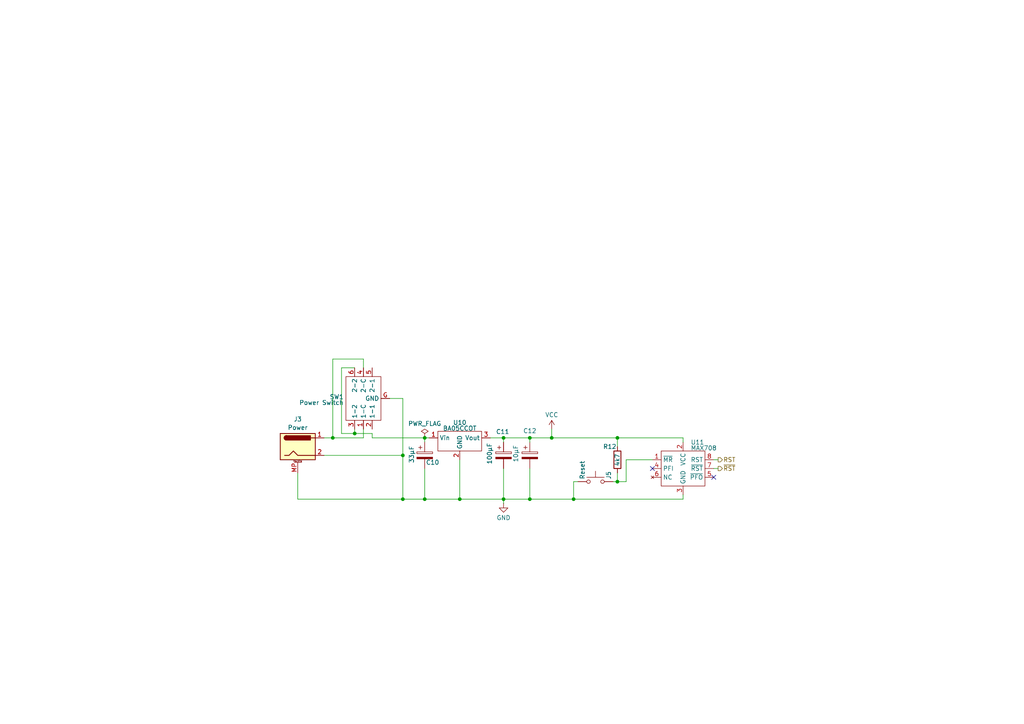
<source format=kicad_sch>
(kicad_sch
	(version 20231120)
	(generator "eeschema")
	(generator_version "8.0")
	(uuid "07ac2621-b141-4284-8c2f-efdbae4683df")
	(paper "A4")
	(title_block
		(title "MicroLind - PSU & Reset")
		(date "2025-03-03")
		(rev "C0")
		(company "Eric Lind")
	)
	(lib_symbols
		(symbol "Connector:Barrel_Jack_MountingPin"
			(pin_names hide)
			(exclude_from_sim no)
			(in_bom yes)
			(on_board yes)
			(property "Reference" "J"
				(at 0 5.334 0)
				(effects
					(font
						(size 1.27 1.27)
					)
				)
			)
			(property "Value" "Barrel_Jack_MountingPin"
				(at 1.27 -6.35 0)
				(effects
					(font
						(size 1.27 1.27)
					)
					(justify left)
				)
			)
			(property "Footprint" ""
				(at 1.27 -1.016 0)
				(effects
					(font
						(size 1.27 1.27)
					)
					(hide yes)
				)
			)
			(property "Datasheet" "~"
				(at 1.27 -1.016 0)
				(effects
					(font
						(size 1.27 1.27)
					)
					(hide yes)
				)
			)
			(property "Description" "DC Barrel Jack with a mounting pin"
				(at 0 0 0)
				(effects
					(font
						(size 1.27 1.27)
					)
					(hide yes)
				)
			)
			(property "ki_keywords" "DC power barrel jack connector"
				(at 0 0 0)
				(effects
					(font
						(size 1.27 1.27)
					)
					(hide yes)
				)
			)
			(property "ki_fp_filters" "BarrelJack*"
				(at 0 0 0)
				(effects
					(font
						(size 1.27 1.27)
					)
					(hide yes)
				)
			)
			(symbol "Barrel_Jack_MountingPin_0_1"
				(rectangle
					(start -5.08 3.81)
					(end 5.08 -3.81)
					(stroke
						(width 0.254)
						(type solid)
					)
					(fill
						(type background)
					)
				)
				(arc
					(start -3.302 3.175)
					(mid -3.937 2.54)
					(end -3.302 1.905)
					(stroke
						(width 0.254)
						(type solid)
					)
					(fill
						(type none)
					)
				)
				(arc
					(start -3.302 3.175)
					(mid -3.937 2.54)
					(end -3.302 1.905)
					(stroke
						(width 0.254)
						(type solid)
					)
					(fill
						(type outline)
					)
				)
				(polyline
					(pts
						(xy 5.08 2.54) (xy 3.81 2.54)
					)
					(stroke
						(width 0.254)
						(type solid)
					)
					(fill
						(type none)
					)
				)
				(polyline
					(pts
						(xy -3.81 -2.54) (xy -2.54 -2.54) (xy -1.27 -1.27) (xy 0 -2.54) (xy 2.54 -2.54) (xy 5.08 -2.54)
					)
					(stroke
						(width 0.254)
						(type solid)
					)
					(fill
						(type none)
					)
				)
				(rectangle
					(start 3.683 3.175)
					(end -3.302 1.905)
					(stroke
						(width 0.254)
						(type solid)
					)
					(fill
						(type outline)
					)
				)
			)
			(symbol "Barrel_Jack_MountingPin_1_1"
				(polyline
					(pts
						(xy -1.016 -4.572) (xy 1.016 -4.572)
					)
					(stroke
						(width 0.1524)
						(type solid)
					)
					(fill
						(type none)
					)
				)
				(text "Mounting"
					(at 0 -4.191 0)
					(effects
						(font
							(size 0.381 0.381)
						)
					)
				)
				(pin passive line
					(at 7.62 2.54 180)
					(length 2.54)
					(name "~"
						(effects
							(font
								(size 1.27 1.27)
							)
						)
					)
					(number "1"
						(effects
							(font
								(size 1.27 1.27)
							)
						)
					)
				)
				(pin passive line
					(at 7.62 -2.54 180)
					(length 2.54)
					(name "~"
						(effects
							(font
								(size 1.27 1.27)
							)
						)
					)
					(number "2"
						(effects
							(font
								(size 1.27 1.27)
							)
						)
					)
				)
				(pin passive line
					(at 0 -7.62 90)
					(length 3.048)
					(name "MountPin"
						(effects
							(font
								(size 1.27 1.27)
							)
						)
					)
					(number "MP"
						(effects
							(font
								(size 1.27 1.27)
							)
						)
					)
				)
			)
		)
		(symbol "Device:C_Polarized"
			(pin_numbers hide)
			(pin_names
				(offset 0.254)
			)
			(exclude_from_sim no)
			(in_bom yes)
			(on_board yes)
			(property "Reference" "C"
				(at 0.635 2.54 0)
				(effects
					(font
						(size 1.27 1.27)
					)
					(justify left)
				)
			)
			(property "Value" "C_Polarized"
				(at 0.635 -2.54 0)
				(effects
					(font
						(size 1.27 1.27)
					)
					(justify left)
				)
			)
			(property "Footprint" ""
				(at 0.9652 -3.81 0)
				(effects
					(font
						(size 1.27 1.27)
					)
					(hide yes)
				)
			)
			(property "Datasheet" "~"
				(at 0 0 0)
				(effects
					(font
						(size 1.27 1.27)
					)
					(hide yes)
				)
			)
			(property "Description" "Polarized capacitor"
				(at 0 0 0)
				(effects
					(font
						(size 1.27 1.27)
					)
					(hide yes)
				)
			)
			(property "ki_keywords" "cap capacitor"
				(at 0 0 0)
				(effects
					(font
						(size 1.27 1.27)
					)
					(hide yes)
				)
			)
			(property "ki_fp_filters" "CP_*"
				(at 0 0 0)
				(effects
					(font
						(size 1.27 1.27)
					)
					(hide yes)
				)
			)
			(symbol "C_Polarized_0_1"
				(rectangle
					(start -2.286 0.508)
					(end 2.286 1.016)
					(stroke
						(width 0)
						(type default)
					)
					(fill
						(type none)
					)
				)
				(polyline
					(pts
						(xy -1.778 2.286) (xy -0.762 2.286)
					)
					(stroke
						(width 0)
						(type default)
					)
					(fill
						(type none)
					)
				)
				(polyline
					(pts
						(xy -1.27 2.794) (xy -1.27 1.778)
					)
					(stroke
						(width 0)
						(type default)
					)
					(fill
						(type none)
					)
				)
				(rectangle
					(start 2.286 -0.508)
					(end -2.286 -1.016)
					(stroke
						(width 0)
						(type default)
					)
					(fill
						(type outline)
					)
				)
			)
			(symbol "C_Polarized_1_1"
				(pin passive line
					(at 0 3.81 270)
					(length 2.794)
					(name "~"
						(effects
							(font
								(size 1.27 1.27)
							)
						)
					)
					(number "1"
						(effects
							(font
								(size 1.27 1.27)
							)
						)
					)
				)
				(pin passive line
					(at 0 -3.81 90)
					(length 2.794)
					(name "~"
						(effects
							(font
								(size 1.27 1.27)
							)
						)
					)
					(number "2"
						(effects
							(font
								(size 1.27 1.27)
							)
						)
					)
				)
			)
		)
		(symbol "Device:R"
			(pin_numbers hide)
			(pin_names
				(offset 0)
			)
			(exclude_from_sim no)
			(in_bom yes)
			(on_board yes)
			(property "Reference" "R"
				(at 2.032 0 90)
				(effects
					(font
						(size 1.27 1.27)
					)
				)
			)
			(property "Value" "R"
				(at 0 0 90)
				(effects
					(font
						(size 1.27 1.27)
					)
				)
			)
			(property "Footprint" ""
				(at -1.778 0 90)
				(effects
					(font
						(size 1.27 1.27)
					)
					(hide yes)
				)
			)
			(property "Datasheet" "~"
				(at 0 0 0)
				(effects
					(font
						(size 1.27 1.27)
					)
					(hide yes)
				)
			)
			(property "Description" "Resistor"
				(at 0 0 0)
				(effects
					(font
						(size 1.27 1.27)
					)
					(hide yes)
				)
			)
			(property "ki_keywords" "R res resistor"
				(at 0 0 0)
				(effects
					(font
						(size 1.27 1.27)
					)
					(hide yes)
				)
			)
			(property "ki_fp_filters" "R_*"
				(at 0 0 0)
				(effects
					(font
						(size 1.27 1.27)
					)
					(hide yes)
				)
			)
			(symbol "R_0_1"
				(rectangle
					(start -1.016 -2.54)
					(end 1.016 2.54)
					(stroke
						(width 0.254)
						(type default)
					)
					(fill
						(type none)
					)
				)
			)
			(symbol "R_1_1"
				(pin passive line
					(at 0 3.81 270)
					(length 1.27)
					(name "~"
						(effects
							(font
								(size 1.27 1.27)
							)
						)
					)
					(number "1"
						(effects
							(font
								(size 1.27 1.27)
							)
						)
					)
				)
				(pin passive line
					(at 0 -3.81 90)
					(length 1.27)
					(name "~"
						(effects
							(font
								(size 1.27 1.27)
							)
						)
					)
					(number "2"
						(effects
							(font
								(size 1.27 1.27)
							)
						)
					)
				)
			)
		)
		(symbol "Switch:SW_Push"
			(pin_numbers hide)
			(pin_names
				(offset 1.016) hide)
			(exclude_from_sim no)
			(in_bom yes)
			(on_board yes)
			(property "Reference" "SW"
				(at 1.27 2.54 0)
				(effects
					(font
						(size 1.27 1.27)
					)
					(justify left)
				)
			)
			(property "Value" "SW_Push"
				(at 0 -1.524 0)
				(effects
					(font
						(size 1.27 1.27)
					)
				)
			)
			(property "Footprint" ""
				(at 0 5.08 0)
				(effects
					(font
						(size 1.27 1.27)
					)
					(hide yes)
				)
			)
			(property "Datasheet" "~"
				(at 0 5.08 0)
				(effects
					(font
						(size 1.27 1.27)
					)
					(hide yes)
				)
			)
			(property "Description" "Push button switch, generic, two pins"
				(at 0 0 0)
				(effects
					(font
						(size 1.27 1.27)
					)
					(hide yes)
				)
			)
			(property "ki_keywords" "switch normally-open pushbutton push-button"
				(at 0 0 0)
				(effects
					(font
						(size 1.27 1.27)
					)
					(hide yes)
				)
			)
			(symbol "SW_Push_0_1"
				(circle
					(center -2.032 0)
					(radius 0.508)
					(stroke
						(width 0)
						(type default)
					)
					(fill
						(type none)
					)
				)
				(polyline
					(pts
						(xy 0 1.27) (xy 0 3.048)
					)
					(stroke
						(width 0)
						(type default)
					)
					(fill
						(type none)
					)
				)
				(polyline
					(pts
						(xy 2.54 1.27) (xy -2.54 1.27)
					)
					(stroke
						(width 0)
						(type default)
					)
					(fill
						(type none)
					)
				)
				(circle
					(center 2.032 0)
					(radius 0.508)
					(stroke
						(width 0)
						(type default)
					)
					(fill
						(type none)
					)
				)
				(pin passive line
					(at -5.08 0 0)
					(length 2.54)
					(name "1"
						(effects
							(font
								(size 1.27 1.27)
							)
						)
					)
					(number "1"
						(effects
							(font
								(size 1.27 1.27)
							)
						)
					)
				)
				(pin passive line
					(at 5.08 0 180)
					(length 2.54)
					(name "2"
						(effects
							(font
								(size 1.27 1.27)
							)
						)
					)
					(number "2"
						(effects
							(font
								(size 1.27 1.27)
							)
						)
					)
				)
			)
		)
		(symbol "motherboard:BA05CC0T"
			(exclude_from_sim no)
			(in_bom yes)
			(on_board yes)
			(property "Reference" "U"
				(at 0 0 0)
				(effects
					(font
						(size 1.27 1.27)
					)
				)
			)
			(property "Value" ""
				(at 0 0 0)
				(effects
					(font
						(size 1.27 1.27)
					)
				)
			)
			(property "Footprint" ""
				(at 0 0 0)
				(effects
					(font
						(size 1.27 1.27)
					)
					(hide yes)
				)
			)
			(property "Datasheet" ""
				(at 0 0 0)
				(effects
					(font
						(size 1.27 1.27)
					)
					(hide yes)
				)
			)
			(property "Description" ""
				(at 0 0 0)
				(effects
					(font
						(size 1.27 1.27)
					)
					(hide yes)
				)
			)
			(symbol "BA05CC0T_0_1"
				(rectangle
					(start -3.81 8.255)
					(end 8.89 2.54)
					(stroke
						(width 0)
						(type default)
					)
					(fill
						(type none)
					)
				)
			)
			(symbol "BA05CC0T_1_1"
				(pin power_in line
					(at -6.35 6.35 0)
					(length 2.54)
					(name "Vin"
						(effects
							(font
								(size 1.27 1.27)
							)
						)
					)
					(number "1"
						(effects
							(font
								(size 1.27 1.27)
							)
						)
					)
				)
				(pin passive line
					(at 2.54 0 90)
					(length 2.54)
					(name "GND"
						(effects
							(font
								(size 1.27 1.27)
							)
						)
					)
					(number "2"
						(effects
							(font
								(size 1.27 1.27)
							)
						)
					)
				)
				(pin power_out line
					(at 11.43 6.35 180)
					(length 2.54)
					(name "Vout"
						(effects
							(font
								(size 1.27 1.27)
							)
						)
					)
					(number "3"
						(effects
							(font
								(size 1.27 1.27)
							)
						)
					)
				)
			)
		)
		(symbol "motherboard:CMD-Switch"
			(exclude_from_sim no)
			(in_bom yes)
			(on_board yes)
			(property "Reference" "SW"
				(at 0 11.938 0)
				(effects
					(font
						(size 1.27 1.27)
					)
				)
			)
			(property "Value" ""
				(at 0 0 0)
				(effects
					(font
						(size 1.27 1.27)
					)
				)
			)
			(property "Footprint" ""
				(at 0 0 0)
				(effects
					(font
						(size 1.27 1.27)
					)
					(hide yes)
				)
			)
			(property "Datasheet" ""
				(at 0 0 0)
				(effects
					(font
						(size 1.27 1.27)
					)
					(hide yes)
				)
			)
			(property "Description" ""
				(at 0 0 0)
				(effects
					(font
						(size 1.27 1.27)
					)
					(hide yes)
				)
			)
			(symbol "CMD-Switch_0_1"
				(polyline
					(pts
						(xy -6.35 10.16) (xy -6.35 0) (xy 6.35 0) (xy 6.35 10.16) (xy -6.35 10.16)
					)
					(stroke
						(width 0)
						(type default)
					)
					(fill
						(type none)
					)
				)
			)
			(symbol "CMD-Switch_1_1"
				(pin input line
					(at -8.89 5.08 0)
					(length 2.54)
					(name "1-C"
						(effects
							(font
								(size 1.27 1.27)
							)
						)
					)
					(number "1"
						(effects
							(font
								(size 1.27 1.27)
							)
						)
					)
				)
				(pin output line
					(at -8.89 2.54 0)
					(length 2.54)
					(name "1-1"
						(effects
							(font
								(size 1.27 1.27)
							)
						)
					)
					(number "2"
						(effects
							(font
								(size 1.27 1.27)
							)
						)
					)
				)
				(pin output line
					(at -8.89 7.62 0)
					(length 2.54)
					(name "1-2"
						(effects
							(font
								(size 1.27 1.27)
							)
						)
					)
					(number "3"
						(effects
							(font
								(size 1.27 1.27)
							)
						)
					)
				)
				(pin input line
					(at 8.89 5.08 180)
					(length 2.54)
					(name "2-C"
						(effects
							(font
								(size 1.27 1.27)
							)
						)
					)
					(number "4"
						(effects
							(font
								(size 1.27 1.27)
							)
						)
					)
				)
				(pin output line
					(at 8.89 2.54 180)
					(length 2.54)
					(name "2-1"
						(effects
							(font
								(size 1.27 1.27)
							)
						)
					)
					(number "5"
						(effects
							(font
								(size 1.27 1.27)
							)
						)
					)
				)
				(pin output line
					(at 8.89 7.62 180)
					(length 2.54)
					(name "2-2"
						(effects
							(font
								(size 1.27 1.27)
							)
						)
					)
					(number "6"
						(effects
							(font
								(size 1.27 1.27)
							)
						)
					)
				)
				(pin output line
					(at 0 -2.54 90)
					(length 2.54)
					(name "GND"
						(effects
							(font
								(size 1.27 1.27)
							)
						)
					)
					(number "G"
						(effects
							(font
								(size 1.27 1.27)
							)
						)
					)
				)
			)
		)
		(symbol "motherboard:MAX708"
			(exclude_from_sim no)
			(in_bom yes)
			(on_board yes)
			(property "Reference" "U"
				(at 0 0 0)
				(effects
					(font
						(size 1.27 1.27)
					)
				)
			)
			(property "Value" ""
				(at 0 0 0)
				(effects
					(font
						(size 1.27 1.27)
					)
				)
			)
			(property "Footprint" ""
				(at 0 0 0)
				(effects
					(font
						(size 1.27 1.27)
					)
					(hide yes)
				)
			)
			(property "Datasheet" ""
				(at 0 0 0)
				(effects
					(font
						(size 1.27 1.27)
					)
					(hide yes)
				)
			)
			(property "Description" ""
				(at 0 0 0)
				(effects
					(font
						(size 1.27 1.27)
					)
					(hide yes)
				)
			)
			(symbol "MAX708_0_1"
				(rectangle
					(start -1.27 -1.27)
					(end 11.43 -11.43)
					(stroke
						(width 0)
						(type default)
					)
					(fill
						(type none)
					)
				)
			)
			(symbol "MAX708_1_1"
				(pin input line
					(at -3.81 -3.81 0)
					(length 2.54)
					(name "~{MR}"
						(effects
							(font
								(size 1.27 1.27)
							)
						)
					)
					(number "1"
						(effects
							(font
								(size 1.27 1.27)
							)
						)
					)
				)
				(pin power_in line
					(at 5.08 1.27 270)
					(length 2.54)
					(name "VCC"
						(effects
							(font
								(size 1.27 1.27)
							)
						)
					)
					(number "2"
						(effects
							(font
								(size 1.27 1.27)
							)
						)
					)
				)
				(pin power_in line
					(at 5.08 -13.97 90)
					(length 2.54)
					(name "GND"
						(effects
							(font
								(size 1.27 1.27)
							)
						)
					)
					(number "3"
						(effects
							(font
								(size 1.27 1.27)
							)
						)
					)
				)
				(pin input line
					(at -3.81 -6.35 0)
					(length 2.54)
					(name "PFI"
						(effects
							(font
								(size 1.27 1.27)
							)
						)
					)
					(number "4"
						(effects
							(font
								(size 1.27 1.27)
							)
						)
					)
				)
				(pin output line
					(at 13.97 -8.89 180)
					(length 2.54)
					(name "~{PFO}"
						(effects
							(font
								(size 1.27 1.27)
							)
						)
					)
					(number "5"
						(effects
							(font
								(size 1.27 1.27)
							)
						)
					)
				)
				(pin no_connect line
					(at -3.81 -8.89 0)
					(length 2.54)
					(name "NC"
						(effects
							(font
								(size 1.27 1.27)
							)
						)
					)
					(number "6"
						(effects
							(font
								(size 1.27 1.27)
							)
						)
					)
				)
				(pin output line
					(at 13.97 -6.35 180)
					(length 2.54)
					(name "~{RST}"
						(effects
							(font
								(size 1.27 1.27)
							)
						)
					)
					(number "7"
						(effects
							(font
								(size 1.27 1.27)
							)
						)
					)
				)
				(pin output line
					(at 13.97 -3.81 180)
					(length 2.54)
					(name "RST"
						(effects
							(font
								(size 1.27 1.27)
							)
						)
					)
					(number "8"
						(effects
							(font
								(size 1.27 1.27)
							)
						)
					)
				)
			)
		)
		(symbol "power:GND"
			(power)
			(pin_numbers hide)
			(pin_names
				(offset 0) hide)
			(exclude_from_sim no)
			(in_bom yes)
			(on_board yes)
			(property "Reference" "#PWR"
				(at 0 -6.35 0)
				(effects
					(font
						(size 1.27 1.27)
					)
					(hide yes)
				)
			)
			(property "Value" "GND"
				(at 0 -3.81 0)
				(effects
					(font
						(size 1.27 1.27)
					)
				)
			)
			(property "Footprint" ""
				(at 0 0 0)
				(effects
					(font
						(size 1.27 1.27)
					)
					(hide yes)
				)
			)
			(property "Datasheet" ""
				(at 0 0 0)
				(effects
					(font
						(size 1.27 1.27)
					)
					(hide yes)
				)
			)
			(property "Description" "Power symbol creates a global label with name \"GND\" , ground"
				(at 0 0 0)
				(effects
					(font
						(size 1.27 1.27)
					)
					(hide yes)
				)
			)
			(property "ki_keywords" "global power"
				(at 0 0 0)
				(effects
					(font
						(size 1.27 1.27)
					)
					(hide yes)
				)
			)
			(symbol "GND_0_1"
				(polyline
					(pts
						(xy 0 0) (xy 0 -1.27) (xy 1.27 -1.27) (xy 0 -2.54) (xy -1.27 -1.27) (xy 0 -1.27)
					)
					(stroke
						(width 0)
						(type default)
					)
					(fill
						(type none)
					)
				)
			)
			(symbol "GND_1_1"
				(pin power_in line
					(at 0 0 270)
					(length 0)
					(name "~"
						(effects
							(font
								(size 1.27 1.27)
							)
						)
					)
					(number "1"
						(effects
							(font
								(size 1.27 1.27)
							)
						)
					)
				)
			)
		)
		(symbol "power:PWR_FLAG"
			(power)
			(pin_numbers hide)
			(pin_names
				(offset 0) hide)
			(exclude_from_sim no)
			(in_bom yes)
			(on_board yes)
			(property "Reference" "#FLG"
				(at 0 1.905 0)
				(effects
					(font
						(size 1.27 1.27)
					)
					(hide yes)
				)
			)
			(property "Value" "PWR_FLAG"
				(at 0 3.81 0)
				(effects
					(font
						(size 1.27 1.27)
					)
				)
			)
			(property "Footprint" ""
				(at 0 0 0)
				(effects
					(font
						(size 1.27 1.27)
					)
					(hide yes)
				)
			)
			(property "Datasheet" "~"
				(at 0 0 0)
				(effects
					(font
						(size 1.27 1.27)
					)
					(hide yes)
				)
			)
			(property "Description" "Special symbol for telling ERC where power comes from"
				(at 0 0 0)
				(effects
					(font
						(size 1.27 1.27)
					)
					(hide yes)
				)
			)
			(property "ki_keywords" "flag power"
				(at 0 0 0)
				(effects
					(font
						(size 1.27 1.27)
					)
					(hide yes)
				)
			)
			(symbol "PWR_FLAG_0_0"
				(pin power_out line
					(at 0 0 90)
					(length 0)
					(name "~"
						(effects
							(font
								(size 1.27 1.27)
							)
						)
					)
					(number "1"
						(effects
							(font
								(size 1.27 1.27)
							)
						)
					)
				)
			)
			(symbol "PWR_FLAG_0_1"
				(polyline
					(pts
						(xy 0 0) (xy 0 1.27) (xy -1.016 1.905) (xy 0 2.54) (xy 1.016 1.905) (xy 0 1.27)
					)
					(stroke
						(width 0)
						(type default)
					)
					(fill
						(type none)
					)
				)
			)
		)
		(symbol "power:VCC"
			(power)
			(pin_numbers hide)
			(pin_names
				(offset 0) hide)
			(exclude_from_sim no)
			(in_bom yes)
			(on_board yes)
			(property "Reference" "#PWR"
				(at 0 -3.81 0)
				(effects
					(font
						(size 1.27 1.27)
					)
					(hide yes)
				)
			)
			(property "Value" "VCC"
				(at 0 3.556 0)
				(effects
					(font
						(size 1.27 1.27)
					)
				)
			)
			(property "Footprint" ""
				(at 0 0 0)
				(effects
					(font
						(size 1.27 1.27)
					)
					(hide yes)
				)
			)
			(property "Datasheet" ""
				(at 0 0 0)
				(effects
					(font
						(size 1.27 1.27)
					)
					(hide yes)
				)
			)
			(property "Description" "Power symbol creates a global label with name \"VCC\""
				(at 0 0 0)
				(effects
					(font
						(size 1.27 1.27)
					)
					(hide yes)
				)
			)
			(property "ki_keywords" "global power"
				(at 0 0 0)
				(effects
					(font
						(size 1.27 1.27)
					)
					(hide yes)
				)
			)
			(symbol "VCC_0_1"
				(polyline
					(pts
						(xy -0.762 1.27) (xy 0 2.54)
					)
					(stroke
						(width 0)
						(type default)
					)
					(fill
						(type none)
					)
				)
				(polyline
					(pts
						(xy 0 0) (xy 0 2.54)
					)
					(stroke
						(width 0)
						(type default)
					)
					(fill
						(type none)
					)
				)
				(polyline
					(pts
						(xy 0 2.54) (xy 0.762 1.27)
					)
					(stroke
						(width 0)
						(type default)
					)
					(fill
						(type none)
					)
				)
			)
			(symbol "VCC_1_1"
				(pin power_in line
					(at 0 0 90)
					(length 0)
					(name "~"
						(effects
							(font
								(size 1.27 1.27)
							)
						)
					)
					(number "1"
						(effects
							(font
								(size 1.27 1.27)
							)
						)
					)
				)
			)
		)
	)
	(junction
		(at 133.35 144.78)
		(diameter 0)
		(color 0 0 0 0)
		(uuid "1591e776-d113-4148-aacc-024305e00a7d")
	)
	(junction
		(at 179.07 127)
		(diameter 0)
		(color 0 0 0 0)
		(uuid "209f4392-e3e7-4cc2-99e9-8750a2d6ab40")
	)
	(junction
		(at 179.07 139.7)
		(diameter 0)
		(color 0 0 0 0)
		(uuid "21945628-96ef-45ca-9f22-9f7aa06a9e96")
	)
	(junction
		(at 116.84 132.08)
		(diameter 0)
		(color 0 0 0 0)
		(uuid "31ac0bd1-036a-4366-89cd-65597df9e4d7")
	)
	(junction
		(at 123.19 144.78)
		(diameter 0)
		(color 0 0 0 0)
		(uuid "3a86189f-a8e4-4980-bb39-e7687587ddb7")
	)
	(junction
		(at 160.02 127)
		(diameter 0)
		(color 0 0 0 0)
		(uuid "51d7e15a-511d-4e84-898c-f939370e0df6")
	)
	(junction
		(at 153.67 144.78)
		(diameter 0)
		(color 0 0 0 0)
		(uuid "5e98227c-ef6c-4f4f-8fa7-1d6d478e2d56")
	)
	(junction
		(at 146.05 144.78)
		(diameter 0)
		(color 0 0 0 0)
		(uuid "68c873bc-c763-4eb0-8c4b-e4e14f045b54")
	)
	(junction
		(at 166.37 144.78)
		(diameter 0)
		(color 0 0 0 0)
		(uuid "79500238-152a-4078-b517-641e4fb5f149")
	)
	(junction
		(at 146.05 127)
		(diameter 0)
		(color 0 0 0 0)
		(uuid "81104618-636e-43c7-bd51-9bca7be447f6")
	)
	(junction
		(at 96.52 127)
		(diameter 0)
		(color 0 0 0 0)
		(uuid "cd3c7b78-fe7f-4c80-a1a3-d56d2f9eb406")
	)
	(junction
		(at 153.67 127)
		(diameter 0)
		(color 0 0 0 0)
		(uuid "dfaeb9f3-b0dc-433f-be0a-41d3a2455dce")
	)
	(junction
		(at 116.84 144.78)
		(diameter 0)
		(color 0 0 0 0)
		(uuid "e6f560a0-2285-4814-aa13-b14e9cac9797")
	)
	(junction
		(at 102.87 125.73)
		(diameter 0)
		(color 0 0 0 0)
		(uuid "ed246b5e-24ca-4aaf-b719-64baab12cf94")
	)
	(junction
		(at 123.19 127)
		(diameter 0)
		(color 0 0 0 0)
		(uuid "efbfe8b4-ee3c-405b-a60d-ca536e30084c")
	)
	(no_connect
		(at 189.23 135.89)
		(uuid "674a5f50-d6f9-434c-a342-85efa161c766")
	)
	(no_connect
		(at 207.01 138.43)
		(uuid "e28f257b-0fdf-420d-a9d0-4d0d8197536e")
	)
	(wire
		(pts
			(xy 102.87 125.73) (xy 102.87 124.46)
		)
		(stroke
			(width 0)
			(type default)
		)
		(uuid "02227865-df1e-4f53-a958-9840b3709b11")
	)
	(wire
		(pts
			(xy 96.52 127) (xy 105.41 127)
		)
		(stroke
			(width 0)
			(type default)
		)
		(uuid "030a0ff5-bdf2-4587-84b5-988d1e85506a")
	)
	(wire
		(pts
			(xy 198.12 127) (xy 198.12 128.27)
		)
		(stroke
			(width 0)
			(type default)
		)
		(uuid "059b4eed-bc85-4b41-ac3a-96687fa5790f")
	)
	(wire
		(pts
			(xy 96.52 104.14) (xy 105.41 104.14)
		)
		(stroke
			(width 0)
			(type default)
		)
		(uuid "105f2e1b-b831-4050-8da0-f2b5f7d7f2d2")
	)
	(wire
		(pts
			(xy 99.06 125.73) (xy 99.06 106.68)
		)
		(stroke
			(width 0)
			(type default)
		)
		(uuid "1653e308-c860-48f5-8424-76c10baabc90")
	)
	(wire
		(pts
			(xy 133.35 144.78) (xy 146.05 144.78)
		)
		(stroke
			(width 0)
			(type default)
		)
		(uuid "19ad0ca7-8d01-4e4d-ace9-455657e10a14")
	)
	(wire
		(pts
			(xy 160.02 127) (xy 179.07 127)
		)
		(stroke
			(width 0)
			(type default)
		)
		(uuid "1c050ca8-414e-49a8-9882-4251dfc80c4e")
	)
	(wire
		(pts
			(xy 105.41 124.46) (xy 105.41 127)
		)
		(stroke
			(width 0)
			(type default)
		)
		(uuid "1c8b2cb4-9002-4c61-a4a0-bc9e344d6308")
	)
	(wire
		(pts
			(xy 86.36 137.16) (xy 86.36 144.78)
		)
		(stroke
			(width 0)
			(type default)
		)
		(uuid "1d0c5a38-7f2c-400d-94d3-7d98ec80d309")
	)
	(wire
		(pts
			(xy 102.87 125.73) (xy 99.06 125.73)
		)
		(stroke
			(width 0)
			(type default)
		)
		(uuid "1dbee59d-507b-484a-b77b-9ae1b3a70e5c")
	)
	(wire
		(pts
			(xy 198.12 143.51) (xy 198.12 144.78)
		)
		(stroke
			(width 0)
			(type default)
		)
		(uuid "24aa4a1c-7a75-4aae-8349-2248b6dbfaa7")
	)
	(wire
		(pts
			(xy 153.67 127) (xy 160.02 127)
		)
		(stroke
			(width 0)
			(type default)
		)
		(uuid "2c57e28d-5a7c-43d6-b447-d9e8b730ee34")
	)
	(wire
		(pts
			(xy 179.07 139.7) (xy 181.61 139.7)
		)
		(stroke
			(width 0)
			(type default)
		)
		(uuid "2cd5c5c6-33ef-49eb-bfb0-9687e2bc3e8d")
	)
	(wire
		(pts
			(xy 107.95 127) (xy 123.19 127)
		)
		(stroke
			(width 0)
			(type default)
		)
		(uuid "317c3760-b108-4818-96ce-7eb5dae46986")
	)
	(wire
		(pts
			(xy 123.19 127) (xy 124.46 127)
		)
		(stroke
			(width 0)
			(type default)
		)
		(uuid "328848b6-ad2c-4c90-88bf-aedc711f7c94")
	)
	(wire
		(pts
			(xy 133.35 133.35) (xy 133.35 144.78)
		)
		(stroke
			(width 0)
			(type default)
		)
		(uuid "364f85c0-a1b3-4cc8-85ee-63f4770cf898")
	)
	(wire
		(pts
			(xy 181.61 139.7) (xy 181.61 133.35)
		)
		(stroke
			(width 0)
			(type default)
		)
		(uuid "38efe103-5be8-476d-b491-db16be4121ae")
	)
	(wire
		(pts
			(xy 179.07 127) (xy 198.12 127)
		)
		(stroke
			(width 0)
			(type default)
		)
		(uuid "4145bf22-ed96-49c7-96b2-d3898deb4063")
	)
	(wire
		(pts
			(xy 105.41 104.14) (xy 105.41 106.68)
		)
		(stroke
			(width 0)
			(type default)
		)
		(uuid "45f78269-1dcb-40fd-8ca8-0835ec22babf")
	)
	(wire
		(pts
			(xy 153.67 127) (xy 153.67 128.27)
		)
		(stroke
			(width 0)
			(type default)
		)
		(uuid "4f74798e-41a3-47bb-b4f4-edce4eb72728")
	)
	(wire
		(pts
			(xy 107.95 127) (xy 107.95 125.73)
		)
		(stroke
			(width 0)
			(type default)
		)
		(uuid "597fb83d-9ab1-4216-82e0-fe254498907c")
	)
	(wire
		(pts
			(xy 181.61 133.35) (xy 189.23 133.35)
		)
		(stroke
			(width 0)
			(type default)
		)
		(uuid "689ce561-28f5-44c5-81b4-befb5594d436")
	)
	(wire
		(pts
			(xy 146.05 144.78) (xy 146.05 146.05)
		)
		(stroke
			(width 0)
			(type default)
		)
		(uuid "68e21c80-1ee8-4ff8-9287-64bd847e9ed2")
	)
	(wire
		(pts
			(xy 113.03 115.57) (xy 116.84 115.57)
		)
		(stroke
			(width 0)
			(type default)
		)
		(uuid "7500e81f-9185-4379-9e4e-8015cce3e582")
	)
	(wire
		(pts
			(xy 116.84 144.78) (xy 123.19 144.78)
		)
		(stroke
			(width 0)
			(type default)
		)
		(uuid "763f9f38-79b1-42d4-b766-e0f15d4666df")
	)
	(wire
		(pts
			(xy 179.07 127) (xy 179.07 129.54)
		)
		(stroke
			(width 0)
			(type default)
		)
		(uuid "76d5d879-b52b-4fb1-8b46-eaa7ca9220b3")
	)
	(wire
		(pts
			(xy 179.07 137.16) (xy 179.07 139.7)
		)
		(stroke
			(width 0)
			(type default)
		)
		(uuid "76fb8465-b1c1-448e-b74f-dab891224155")
	)
	(wire
		(pts
			(xy 166.37 139.7) (xy 167.64 139.7)
		)
		(stroke
			(width 0)
			(type default)
		)
		(uuid "783fe4a3-e9ba-4ae9-afb2-de8ce46f118e")
	)
	(wire
		(pts
			(xy 86.36 144.78) (xy 116.84 144.78)
		)
		(stroke
			(width 0)
			(type default)
		)
		(uuid "8773d6b8-91ee-443d-9759-0c4727bd30d3")
	)
	(wire
		(pts
			(xy 93.98 132.08) (xy 116.84 132.08)
		)
		(stroke
			(width 0)
			(type default)
		)
		(uuid "8dc0e824-4829-4af7-bd9d-1023d07cb640")
	)
	(wire
		(pts
			(xy 207.01 135.89) (xy 208.28 135.89)
		)
		(stroke
			(width 0)
			(type default)
		)
		(uuid "97aa2f11-4281-4462-b222-c7efecdfa863")
	)
	(wire
		(pts
			(xy 153.67 144.78) (xy 166.37 144.78)
		)
		(stroke
			(width 0)
			(type default)
		)
		(uuid "9e4cdff7-16e0-432d-a380-0436518adb69")
	)
	(wire
		(pts
			(xy 93.98 127) (xy 96.52 127)
		)
		(stroke
			(width 0)
			(type default)
		)
		(uuid "a0e4b20a-dcbf-4f4f-b5cd-98601619426f")
	)
	(wire
		(pts
			(xy 177.8 139.7) (xy 179.07 139.7)
		)
		(stroke
			(width 0)
			(type default)
		)
		(uuid "a230b1ab-6431-4800-85eb-7fb6dca9b17e")
	)
	(wire
		(pts
			(xy 166.37 144.78) (xy 198.12 144.78)
		)
		(stroke
			(width 0)
			(type default)
		)
		(uuid "a64cab72-a234-4c0b-91f2-d244aeb0ca40")
	)
	(wire
		(pts
			(xy 146.05 128.27) (xy 146.05 127)
		)
		(stroke
			(width 0)
			(type default)
		)
		(uuid "a73c7f20-6092-488e-935e-a9959f5a4453")
	)
	(wire
		(pts
			(xy 166.37 139.7) (xy 166.37 144.78)
		)
		(stroke
			(width 0)
			(type default)
		)
		(uuid "a9d00706-c25d-4451-9a4b-f3e76266545f")
	)
	(wire
		(pts
			(xy 123.19 144.78) (xy 133.35 144.78)
		)
		(stroke
			(width 0)
			(type default)
		)
		(uuid "b1008746-b14c-4833-bcc5-347eea01c94e")
	)
	(wire
		(pts
			(xy 153.67 135.89) (xy 153.67 144.78)
		)
		(stroke
			(width 0)
			(type default)
		)
		(uuid "b48b11f0-75de-4b4c-a320-2ff7774d571d")
	)
	(wire
		(pts
			(xy 116.84 132.08) (xy 116.84 144.78)
		)
		(stroke
			(width 0)
			(type default)
		)
		(uuid "b9806719-10f2-4795-9636-ba4f3f6047d1")
	)
	(wire
		(pts
			(xy 123.19 135.89) (xy 123.19 144.78)
		)
		(stroke
			(width 0)
			(type default)
		)
		(uuid "b9f99aba-273c-465a-bf4d-e43bee6ddf21")
	)
	(wire
		(pts
			(xy 107.95 125.73) (xy 102.87 125.73)
		)
		(stroke
			(width 0)
			(type default)
		)
		(uuid "c7dcd3a7-0adc-46f3-8f3a-c1ac700de0db")
	)
	(wire
		(pts
			(xy 142.24 127) (xy 146.05 127)
		)
		(stroke
			(width 0)
			(type default)
		)
		(uuid "c85d5a87-23ed-4618-89ad-c14c1ecf39d2")
	)
	(wire
		(pts
			(xy 146.05 135.89) (xy 146.05 144.78)
		)
		(stroke
			(width 0)
			(type default)
		)
		(uuid "d25d0dd0-45cf-48fe-a350-17daf17704cf")
	)
	(wire
		(pts
			(xy 99.06 106.68) (xy 102.87 106.68)
		)
		(stroke
			(width 0)
			(type default)
		)
		(uuid "dde370f9-af6b-47a6-b825-f11c46ff6af7")
	)
	(wire
		(pts
			(xy 160.02 127) (xy 160.02 124.46)
		)
		(stroke
			(width 0)
			(type default)
		)
		(uuid "e155850b-7296-43eb-b18a-02c7f5b5fa31")
	)
	(wire
		(pts
			(xy 96.52 127) (xy 96.52 104.14)
		)
		(stroke
			(width 0)
			(type default)
		)
		(uuid "e2ea8d2e-5271-4d79-8cff-d43e025559b7")
	)
	(wire
		(pts
			(xy 123.19 127) (xy 123.19 128.27)
		)
		(stroke
			(width 0)
			(type default)
		)
		(uuid "e4e2bc19-2d60-44b9-964e-2196f3c72cb5")
	)
	(wire
		(pts
			(xy 207.01 133.35) (xy 208.28 133.35)
		)
		(stroke
			(width 0)
			(type default)
		)
		(uuid "f22dc5fc-1b1d-4ed7-9b93-6a338823b287")
	)
	(wire
		(pts
			(xy 146.05 127) (xy 153.67 127)
		)
		(stroke
			(width 0)
			(type default)
		)
		(uuid "f34ed9dc-cfe8-4ef5-9a82-91c83a936a38")
	)
	(wire
		(pts
			(xy 116.84 115.57) (xy 116.84 132.08)
		)
		(stroke
			(width 0)
			(type default)
		)
		(uuid "f655826b-1217-4e3f-bd44-9b111e19c91f")
	)
	(wire
		(pts
			(xy 146.05 144.78) (xy 153.67 144.78)
		)
		(stroke
			(width 0)
			(type default)
		)
		(uuid "f72ef694-ba44-4d78-b4c6-570997d869cd")
	)
	(text "~"
		(exclude_from_sim no)
		(at 160.02 144.78 0)
		(effects
			(font
				(size 1.27 1.27)
			)
		)
		(uuid "5635478a-5ff8-42ea-85b6-090b4631ff3e")
	)
	(hierarchical_label "~{RST}"
		(shape output)
		(at 208.28 135.89 0)
		(fields_autoplaced yes)
		(effects
			(font
				(size 1.27 1.27)
			)
			(justify left)
		)
		(uuid "186916f7-ac49-47a4-8220-3e487486f322")
	)
	(hierarchical_label "RST"
		(shape output)
		(at 208.28 133.35 0)
		(fields_autoplaced yes)
		(effects
			(font
				(size 1.27 1.27)
			)
			(justify left)
		)
		(uuid "a4a85652-6d53-47b6-80dc-cfbb8f424f54")
	)
	(symbol
		(lib_id "power:VCC")
		(at 160.02 124.46 0)
		(unit 1)
		(exclude_from_sim no)
		(in_bom yes)
		(on_board yes)
		(dnp no)
		(fields_autoplaced yes)
		(uuid "1ce41201-da02-49f4-800e-ae19807f9175")
		(property "Reference" "#PWR027"
			(at 160.02 128.27 0)
			(effects
				(font
					(size 1.27 1.27)
				)
				(hide yes)
			)
		)
		(property "Value" "VCC"
			(at 160.02 120.3269 0)
			(effects
				(font
					(size 1.27 1.27)
				)
			)
		)
		(property "Footprint" ""
			(at 160.02 124.46 0)
			(effects
				(font
					(size 1.27 1.27)
				)
				(hide yes)
			)
		)
		(property "Datasheet" ""
			(at 160.02 124.46 0)
			(effects
				(font
					(size 1.27 1.27)
				)
				(hide yes)
			)
		)
		(property "Description" "Power symbol creates a global label with name \"VCC\""
			(at 160.02 124.46 0)
			(effects
				(font
					(size 1.27 1.27)
				)
				(hide yes)
			)
		)
		(pin "1"
			(uuid "69dc9201-9289-40a0-95ee-f6c1982f473a")
		)
		(instances
			(project "motherboard"
				(path "/4cf1c087-5c32-4958-ab30-5e92afc4ef4b/2674a088-a7e1-45c5-a464-4e213ad1e901"
					(reference "#PWR027")
					(unit 1)
				)
			)
		)
	)
	(symbol
		(lib_id "Switch:SW_Push")
		(at 172.72 139.7 0)
		(unit 1)
		(exclude_from_sim no)
		(in_bom yes)
		(on_board yes)
		(dnp no)
		(uuid "307ae746-07e3-464e-a203-2a9f689e4f99")
		(property "Reference" "J5"
			(at 176.53 136.652 90)
			(effects
				(font
					(size 1.27 1.27)
				)
				(justify right)
			)
		)
		(property "Value" "Reset"
			(at 168.91 133.604 90)
			(effects
				(font
					(size 1.27 1.27)
				)
				(justify right)
			)
		)
		(property "Footprint" "Connector_PinHeader_2.54mm:PinHeader_1x02_P2.54mm_Vertical"
			(at 172.72 134.62 0)
			(effects
				(font
					(size 1.27 1.27)
				)
				(hide yes)
			)
		)
		(property "Datasheet" "~"
			(at 172.72 134.62 0)
			(effects
				(font
					(size 1.27 1.27)
				)
				(hide yes)
			)
		)
		(property "Description" "Push button switch, generic, two pins"
			(at 172.72 139.7 0)
			(effects
				(font
					(size 1.27 1.27)
				)
				(hide yes)
			)
		)
		(pin "1"
			(uuid "d5458e77-74c1-4775-b6b8-3b69fecce418")
		)
		(pin "2"
			(uuid "7479545a-3591-4d4e-a9a9-81110352a8e5")
		)
		(instances
			(project "motherboard"
				(path "/4cf1c087-5c32-4958-ab30-5e92afc4ef4b/2674a088-a7e1-45c5-a464-4e213ad1e901"
					(reference "J5")
					(unit 1)
				)
			)
		)
	)
	(symbol
		(lib_id "motherboard:BA05CC0T")
		(at 130.81 133.35 0)
		(unit 1)
		(exclude_from_sim no)
		(in_bom yes)
		(on_board yes)
		(dnp no)
		(fields_autoplaced yes)
		(uuid "632d27ad-0b62-430c-a844-b1553f472d28")
		(property "Reference" "U10"
			(at 133.35 122.5635 0)
			(effects
				(font
					(size 1.27 1.27)
				)
			)
		)
		(property "Value" "BA05CCOT"
			(at 133.35 124.2449 0)
			(effects
				(font
					(size 1.27 1.27)
				)
			)
		)
		(property "Footprint" "PCM_Package_TO_SOT_THT_AKL:TO-220-3_Horizontal_TabDown"
			(at 130.81 133.35 0)
			(effects
				(font
					(size 1.27 1.27)
				)
				(hide yes)
			)
		)
		(property "Datasheet" ""
			(at 130.81 133.35 0)
			(effects
				(font
					(size 1.27 1.27)
				)
				(hide yes)
			)
		)
		(property "Description" ""
			(at 130.81 133.35 0)
			(effects
				(font
					(size 1.27 1.27)
				)
				(hide yes)
			)
		)
		(pin "3"
			(uuid "d974376c-9d0c-4691-8dd9-23660ce19730")
		)
		(pin "2"
			(uuid "ca45c863-02f6-44db-b1a9-51b266712ba9")
		)
		(pin "1"
			(uuid "aba2e575-d47d-4af0-98f2-5bd74841674a")
		)
		(instances
			(project "motherboard"
				(path "/4cf1c087-5c32-4958-ab30-5e92afc4ef4b/2674a088-a7e1-45c5-a464-4e213ad1e901"
					(reference "U10")
					(unit 1)
				)
			)
		)
	)
	(symbol
		(lib_id "Device:C_Polarized")
		(at 146.05 132.08 0)
		(unit 1)
		(exclude_from_sim no)
		(in_bom yes)
		(on_board yes)
		(dnp no)
		(uuid "8c34d5cc-f47f-4dbc-8527-6c31b9c771b1")
		(property "Reference" "C11"
			(at 145.796 125.222 0)
			(effects
				(font
					(size 1.27 1.27)
				)
			)
		)
		(property "Value" "100µF"
			(at 141.986 131.572 90)
			(effects
				(font
					(size 1.27 1.27)
				)
			)
		)
		(property "Footprint" "Capacitor_THT:CP_Radial_D6.3mm_P2.50mm"
			(at 147.0152 135.89 0)
			(effects
				(font
					(size 1.27 1.27)
				)
				(hide yes)
			)
		)
		(property "Datasheet" "~"
			(at 146.05 132.08 0)
			(effects
				(font
					(size 1.27 1.27)
				)
				(hide yes)
			)
		)
		(property "Description" "Polarized capacitor"
			(at 146.05 132.08 0)
			(effects
				(font
					(size 1.27 1.27)
				)
				(hide yes)
			)
		)
		(pin "2"
			(uuid "ebdbd38a-ff8d-40d1-800a-124fb295e3a0")
		)
		(pin "1"
			(uuid "88b87455-54d8-473a-87d7-4849af6de069")
		)
		(instances
			(project "motherboard"
				(path "/4cf1c087-5c32-4958-ab30-5e92afc4ef4b/2674a088-a7e1-45c5-a464-4e213ad1e901"
					(reference "C11")
					(unit 1)
				)
			)
		)
	)
	(symbol
		(lib_id "power:GND")
		(at 146.05 146.05 0)
		(unit 1)
		(exclude_from_sim no)
		(in_bom yes)
		(on_board yes)
		(dnp no)
		(fields_autoplaced yes)
		(uuid "99c0da0d-ea5a-4e61-8364-755594b41e0b")
		(property "Reference" "#PWR026"
			(at 146.05 152.4 0)
			(effects
				(font
					(size 1.27 1.27)
				)
				(hide yes)
			)
		)
		(property "Value" "GND"
			(at 146.05 150.1831 0)
			(effects
				(font
					(size 1.27 1.27)
				)
			)
		)
		(property "Footprint" ""
			(at 146.05 146.05 0)
			(effects
				(font
					(size 1.27 1.27)
				)
				(hide yes)
			)
		)
		(property "Datasheet" ""
			(at 146.05 146.05 0)
			(effects
				(font
					(size 1.27 1.27)
				)
				(hide yes)
			)
		)
		(property "Description" "Power symbol creates a global label with name \"GND\" , ground"
			(at 146.05 146.05 0)
			(effects
				(font
					(size 1.27 1.27)
				)
				(hide yes)
			)
		)
		(pin "1"
			(uuid "a76a07b2-14a2-449a-8c3d-f7a5ce1cb188")
		)
		(instances
			(project "motherboard"
				(path "/4cf1c087-5c32-4958-ab30-5e92afc4ef4b/2674a088-a7e1-45c5-a464-4e213ad1e901"
					(reference "#PWR026")
					(unit 1)
				)
			)
		)
	)
	(symbol
		(lib_id "power:PWR_FLAG")
		(at 123.19 127 0)
		(unit 1)
		(exclude_from_sim no)
		(in_bom yes)
		(on_board yes)
		(dnp no)
		(fields_autoplaced yes)
		(uuid "9f510ea0-535a-4fab-bce4-6abd5d37fd43")
		(property "Reference" "#FLG01"
			(at 123.19 125.095 0)
			(effects
				(font
					(size 1.27 1.27)
				)
				(hide yes)
			)
		)
		(property "Value" "PWR_FLAG"
			(at 123.19 122.8669 0)
			(effects
				(font
					(size 1.27 1.27)
				)
			)
		)
		(property "Footprint" ""
			(at 123.19 127 0)
			(effects
				(font
					(size 1.27 1.27)
				)
				(hide yes)
			)
		)
		(property "Datasheet" "~"
			(at 123.19 127 0)
			(effects
				(font
					(size 1.27 1.27)
				)
				(hide yes)
			)
		)
		(property "Description" "Special symbol for telling ERC where power comes from"
			(at 123.19 127 0)
			(effects
				(font
					(size 1.27 1.27)
				)
				(hide yes)
			)
		)
		(pin "1"
			(uuid "7fc30b0d-72fb-4ce2-b312-da75487cffc8")
		)
		(instances
			(project "motherboard"
				(path "/4cf1c087-5c32-4958-ab30-5e92afc4ef4b/2674a088-a7e1-45c5-a464-4e213ad1e901"
					(reference "#FLG01")
					(unit 1)
				)
			)
		)
	)
	(symbol
		(lib_id "Device:C_Polarized")
		(at 153.67 132.08 0)
		(unit 1)
		(exclude_from_sim no)
		(in_bom yes)
		(on_board yes)
		(dnp no)
		(uuid "cd4c8f13-9929-42e8-8302-b2287d357f23")
		(property "Reference" "C12"
			(at 153.67 124.968 0)
			(effects
				(font
					(size 1.27 1.27)
				)
			)
		)
		(property "Value" "10µF"
			(at 149.606 131.572 90)
			(effects
				(font
					(size 1.27 1.27)
				)
			)
		)
		(property "Footprint" "Capacitor_THT:CP_Radial_D4.0mm_P2.00mm"
			(at 154.6352 135.89 0)
			(effects
				(font
					(size 1.27 1.27)
				)
				(hide yes)
			)
		)
		(property "Datasheet" "~"
			(at 153.67 132.08 0)
			(effects
				(font
					(size 1.27 1.27)
				)
				(hide yes)
			)
		)
		(property "Description" "Polarized capacitor"
			(at 153.67 132.08 0)
			(effects
				(font
					(size 1.27 1.27)
				)
				(hide yes)
			)
		)
		(pin "2"
			(uuid "1da26095-ed3f-4f4c-a9e5-3e9cc07d1679")
		)
		(pin "1"
			(uuid "3c61ba7e-b260-4c5d-85aa-60d726adc988")
		)
		(instances
			(project "motherboard"
				(path "/4cf1c087-5c32-4958-ab30-5e92afc4ef4b/2674a088-a7e1-45c5-a464-4e213ad1e901"
					(reference "C12")
					(unit 1)
				)
			)
		)
	)
	(symbol
		(lib_id "Device:C_Polarized")
		(at 123.19 132.08 0)
		(unit 1)
		(exclude_from_sim no)
		(in_bom yes)
		(on_board yes)
		(dnp no)
		(uuid "d0053399-f335-4fff-a50f-8ff396e538db")
		(property "Reference" "C10"
			(at 125.476 134.112 0)
			(effects
				(font
					(size 1.27 1.27)
				)
			)
		)
		(property "Value" "33µF"
			(at 119.38 131.826 90)
			(effects
				(font
					(size 1.27 1.27)
				)
			)
		)
		(property "Footprint" "Capacitor_THT:CP_Radial_D6.3mm_P2.50mm"
			(at 124.1552 135.89 0)
			(effects
				(font
					(size 1.27 1.27)
				)
				(hide yes)
			)
		)
		(property "Datasheet" "~"
			(at 123.19 132.08 0)
			(effects
				(font
					(size 1.27 1.27)
				)
				(hide yes)
			)
		)
		(property "Description" "Polarized capacitor"
			(at 123.19 132.08 0)
			(effects
				(font
					(size 1.27 1.27)
				)
				(hide yes)
			)
		)
		(pin "2"
			(uuid "a2922491-ecbb-443a-892e-c494aa850bc8")
		)
		(pin "1"
			(uuid "c1eff010-89e6-4f4d-a175-3aca3d4be8bf")
		)
		(instances
			(project "motherboard"
				(path "/4cf1c087-5c32-4958-ab30-5e92afc4ef4b/2674a088-a7e1-45c5-a464-4e213ad1e901"
					(reference "C10")
					(unit 1)
				)
			)
		)
	)
	(symbol
		(lib_id "motherboard:MAX708")
		(at 193.04 129.54 0)
		(unit 1)
		(exclude_from_sim no)
		(in_bom yes)
		(on_board yes)
		(dnp no)
		(fields_autoplaced yes)
		(uuid "da4e973f-7fee-4a37-be2c-630ce0e765db")
		(property "Reference" "U11"
			(at 200.3141 128.2785 0)
			(effects
				(font
					(size 1.27 1.27)
				)
				(justify left)
			)
		)
		(property "Value" "MAX708"
			(at 200.3141 129.9599 0)
			(effects
				(font
					(size 1.27 1.27)
				)
				(justify left)
			)
		)
		(property "Footprint" "Package_DIP:DIP-8_W7.62mm_Socket"
			(at 193.04 129.54 0)
			(effects
				(font
					(size 1.27 1.27)
				)
				(hide yes)
			)
		)
		(property "Datasheet" ""
			(at 193.04 129.54 0)
			(effects
				(font
					(size 1.27 1.27)
				)
				(hide yes)
			)
		)
		(property "Description" ""
			(at 193.04 129.54 0)
			(effects
				(font
					(size 1.27 1.27)
				)
				(hide yes)
			)
		)
		(pin "8"
			(uuid "54df3716-e4d3-4ef1-a10c-bac8b873fa87")
		)
		(pin "2"
			(uuid "51271a6f-3059-4d3c-8739-84a6f9fd1a21")
		)
		(pin "3"
			(uuid "5d6b7eca-f345-43bd-b0d5-adf8fe61fa88")
		)
		(pin "5"
			(uuid "d9dc2adb-d7d5-4651-acd9-c43196a585b7")
		)
		(pin "1"
			(uuid "e0a83eec-03ea-4428-9ba6-b2095adbe4d2")
		)
		(pin "4"
			(uuid "1ae0bfe5-e71d-4855-b944-82b221767be2")
		)
		(pin "7"
			(uuid "1d54cda8-384d-4105-bb2c-0ad53912978b")
		)
		(pin "6"
			(uuid "dacc3d52-e147-4ce3-965a-5ecdb074c959")
		)
		(instances
			(project "motherboard"
				(path "/4cf1c087-5c32-4958-ab30-5e92afc4ef4b/2674a088-a7e1-45c5-a464-4e213ad1e901"
					(reference "U11")
					(unit 1)
				)
			)
		)
	)
	(symbol
		(lib_id "Device:R")
		(at 179.07 133.35 0)
		(unit 1)
		(exclude_from_sim no)
		(in_bom yes)
		(on_board yes)
		(dnp no)
		(uuid "eb94b40a-e382-4999-9ddb-84aacecc4102")
		(property "Reference" "R12"
			(at 178.816 129.54 0)
			(effects
				(font
					(size 1.27 1.27)
				)
				(justify right)
			)
		)
		(property "Value" "4k7"
			(at 179.07 131.572 90)
			(effects
				(font
					(size 1.27 1.27)
				)
				(justify right)
			)
		)
		(property "Footprint" "Resistor_THT:R_Axial_DIN0204_L3.6mm_D1.6mm_P7.62mm_Horizontal"
			(at 177.292 133.35 90)
			(effects
				(font
					(size 1.27 1.27)
				)
				(hide yes)
			)
		)
		(property "Datasheet" "~"
			(at 179.07 133.35 0)
			(effects
				(font
					(size 1.27 1.27)
				)
				(hide yes)
			)
		)
		(property "Description" "Resistor"
			(at 179.07 133.35 0)
			(effects
				(font
					(size 1.27 1.27)
				)
				(hide yes)
			)
		)
		(pin "1"
			(uuid "6fc7a33c-32fc-4c86-bb1f-e067eb544ec5")
		)
		(pin "2"
			(uuid "3e5ffb0d-5dc9-4bab-808d-8f726fa02b7f")
		)
		(instances
			(project "motherboard"
				(path "/4cf1c087-5c32-4958-ab30-5e92afc4ef4b/2674a088-a7e1-45c5-a464-4e213ad1e901"
					(reference "R12")
					(unit 1)
				)
			)
		)
	)
	(symbol
		(lib_id "motherboard:CMD-Switch")
		(at 110.49 115.57 90)
		(unit 1)
		(exclude_from_sim no)
		(in_bom yes)
		(on_board yes)
		(dnp no)
		(fields_autoplaced yes)
		(uuid "f2b389a3-00f8-4208-8d4c-4edbe31132e5")
		(property "Reference" "SW1"
			(at 99.695 115.1008 90)
			(effects
				(font
					(size 1.27 1.27)
				)
				(justify left)
			)
		)
		(property "Value" "Power Switch"
			(at 99.695 116.7822 90)
			(effects
				(font
					(size 1.27 1.27)
				)
				(justify left)
			)
		)
		(property "Footprint" "kicad-lib:CMD-Switch"
			(at 110.49 115.57 0)
			(effects
				(font
					(size 1.27 1.27)
				)
				(hide yes)
			)
		)
		(property "Datasheet" ""
			(at 110.49 115.57 0)
			(effects
				(font
					(size 1.27 1.27)
				)
				(hide yes)
			)
		)
		(property "Description" ""
			(at 110.49 115.57 0)
			(effects
				(font
					(size 1.27 1.27)
				)
				(hide yes)
			)
		)
		(pin "G"
			(uuid "96a7425a-31d6-41aa-a533-7c5c875afa40")
		)
		(pin "2"
			(uuid "733617b0-421e-4785-83a8-e2b4450addd8")
		)
		(pin "4"
			(uuid "d4d1f68d-f312-433c-8db1-43f2b2047beb")
		)
		(pin "6"
			(uuid "55076f02-d0c8-434c-a388-1fa4e56de4e7")
		)
		(pin "1"
			(uuid "7ae43af3-d658-4058-8a99-718db3040286")
		)
		(pin "5"
			(uuid "e815d4b3-c47c-4fd8-ae39-3fce23820d38")
		)
		(pin "3"
			(uuid "92600155-8007-4517-8424-2247c9f03fe1")
		)
		(instances
			(project "motherboard"
				(path "/4cf1c087-5c32-4958-ab30-5e92afc4ef4b/2674a088-a7e1-45c5-a464-4e213ad1e901"
					(reference "SW1")
					(unit 1)
				)
			)
		)
	)
	(symbol
		(lib_id "Connector:Barrel_Jack_MountingPin")
		(at 86.36 129.54 0)
		(unit 1)
		(exclude_from_sim no)
		(in_bom yes)
		(on_board yes)
		(dnp no)
		(fields_autoplaced yes)
		(uuid "fb0e1f99-8123-4791-845f-00fe91b82b53")
		(property "Reference" "J3"
			(at 86.36 121.5855 0)
			(effects
				(font
					(size 1.27 1.27)
				)
			)
		)
		(property "Value" "Power"
			(at 86.36 124.0098 0)
			(effects
				(font
					(size 1.27 1.27)
				)
			)
		)
		(property "Footprint" "Connector_BarrelJack:BarrelJack_CUI_PJ-063AH_Horizontal"
			(at 87.63 130.556 0)
			(effects
				(font
					(size 1.27 1.27)
				)
				(hide yes)
			)
		)
		(property "Datasheet" "~"
			(at 87.63 130.556 0)
			(effects
				(font
					(size 1.27 1.27)
				)
				(hide yes)
			)
		)
		(property "Description" "DC Barrel Jack with a mounting pin"
			(at 86.36 129.54 0)
			(effects
				(font
					(size 1.27 1.27)
				)
				(hide yes)
			)
		)
		(pin "1"
			(uuid "d54bc31e-3edc-4b77-8275-db513788133b")
		)
		(pin "MP"
			(uuid "4f3ea1f8-b152-42dc-98cf-a6fb63e3a93c")
		)
		(pin "2"
			(uuid "d3795236-83c6-4a7c-af59-535aff18ad0b")
		)
		(instances
			(project "motherboard"
				(path "/4cf1c087-5c32-4958-ab30-5e92afc4ef4b/2674a088-a7e1-45c5-a464-4e213ad1e901"
					(reference "J3")
					(unit 1)
				)
			)
		)
	)
)

</source>
